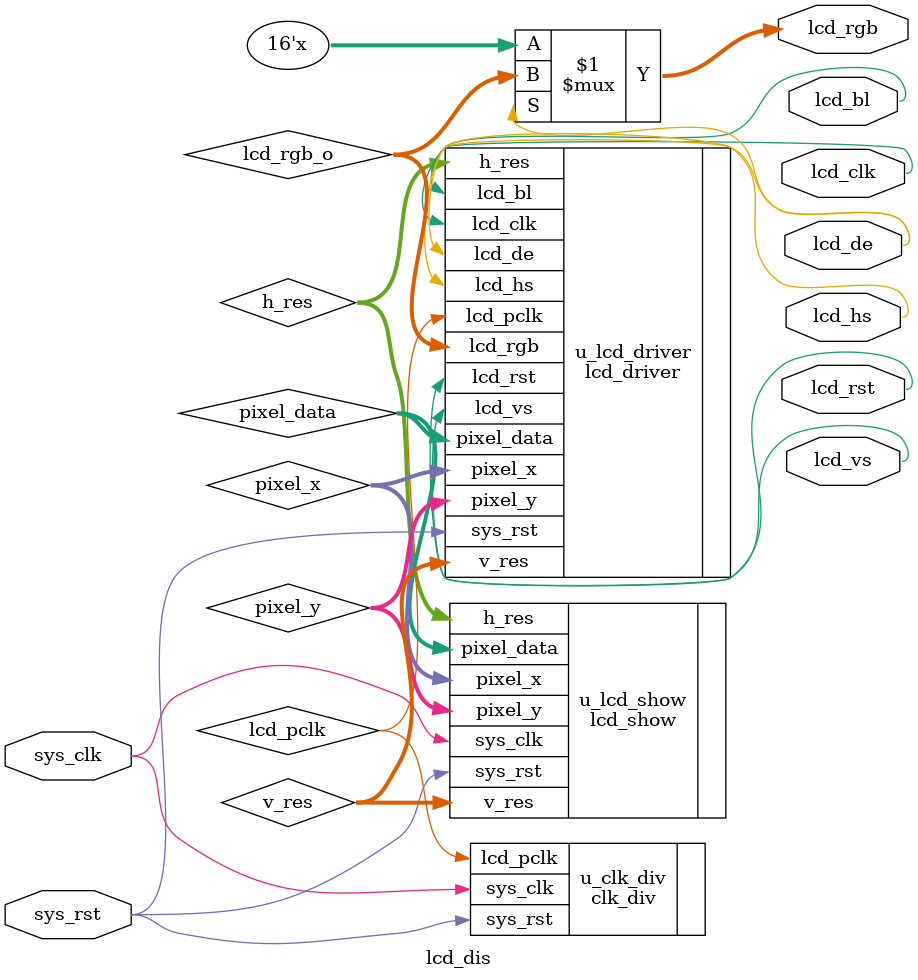
<source format=v>
module lcd_dis (
	input               sys_clk,
	input               sys_rst,
	
	output              lcd_de,  //data enable signal
	output              lcd_hs,  //from driver, next raw signal, always 1, dont mind it too much
	output              lcd_vs,  //from driver, next frame signal, always 1, dont mind it
	output              lcd_clk, //output to the lcd interface
	output    [15:0]    lcd_rgb, //main signal
	output              lcd_rst, //synchronized with system rst signal
	output              lcd_bl   //light up the lcd!
);

//parameter define

//reg define

//wire define
wire             lcd_pclk;
wire  [10:0]     pixel_x;
wire  [10:0]     pixel_y;
wire  [10:0]     h_res;
wire  [10:0]     v_res;
wire  [15:0]     pixel_data;  //the rgb data transmitted between modules
wire  [15:0]     lcd_rgb_o;   //the output rgb data. comming from the lcd_driver module.
//wire  [15:0]     led_rgb_i;

//***********************************************************************
//                    main code
//***********************************************************************

assign lcd_rgb = lcd_de ? lcd_rgb_o : {16{1'bz}}; //if sending data then output else high resistor
//assign loc_rgb_i = lcd_rgb;

lcd_driver u_lcd_driver (
	//input signals
	.lcd_pclk             (lcd_pclk),   //divided clk signal from clk_div module
	.sys_rst              (sys_rst),    //shared sys_rst
	.pixel_data           (pixel_data), //rgb data signal comming from lcd_show module
	//output signals
	.pixel_x              (pixel_x),    //indicating the position, tell the lcd_show module
	.pixel_y              (pixel_y),
	.h_res                (h_res),      //send resolution signal to the lcd_show module
	.v_res                (v_res),
	.lcd_de               (lcd_de),     //high level when data is being transmitted
	.lcd_hs               (lcd_hs),
	.lcd_vs               (lcd_vs),
	.lcd_bl               (lcd_bl),
	.lcd_clk              (lcd_clk),
	.lcd_rgb              (lcd_rgb_o), //give the data not directly to the output
	.lcd_rst              (lcd_rst)
);

clk_div u_clk_div (
	//input signals
	.sys_clk              (sys_clk),
	.sys_rst              (sys_rst),
	//output signals
	.lcd_pclk             (lcd_pclk) //give to the lcd_driver and driver give to the output to drive the screen
);

lcd_show u_lcd_show (
	//input signals 
	.sys_clk              (sys_clk),
	.sys_rst              (sys_rst),
	.pixel_x              (pixel_x), //position of the pixel, comming from the lcd driver
	.pixel_y              (pixel_y),
	.h_res                (h_res),   //resolution signal, comming from the lcd driver
	.v_res                (v_res),	
	//output signals
	.pixel_data           (pixel_data)
);
endmodule

</source>
